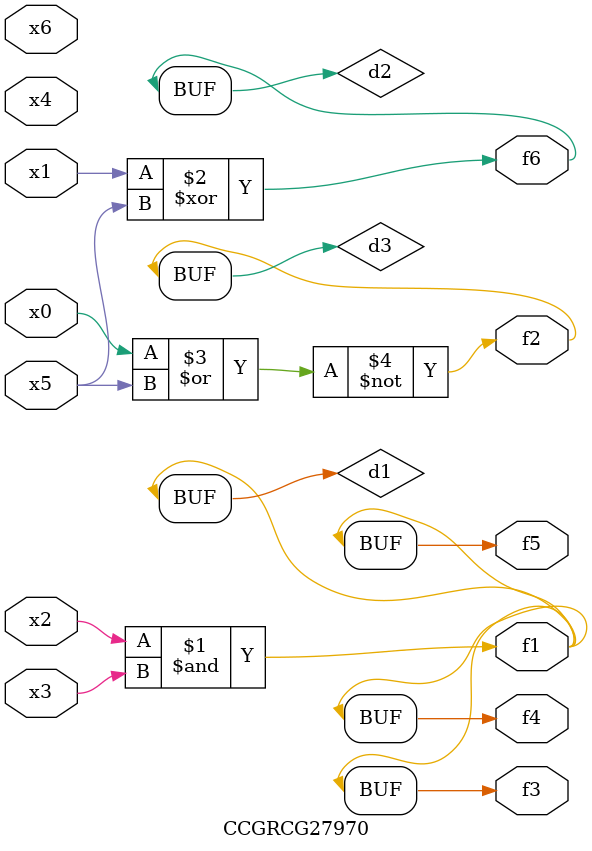
<source format=v>
module CCGRCG27970(
	input x0, x1, x2, x3, x4, x5, x6,
	output f1, f2, f3, f4, f5, f6
);

	wire d1, d2, d3;

	and (d1, x2, x3);
	xor (d2, x1, x5);
	nor (d3, x0, x5);
	assign f1 = d1;
	assign f2 = d3;
	assign f3 = d1;
	assign f4 = d1;
	assign f5 = d1;
	assign f6 = d2;
endmodule

</source>
